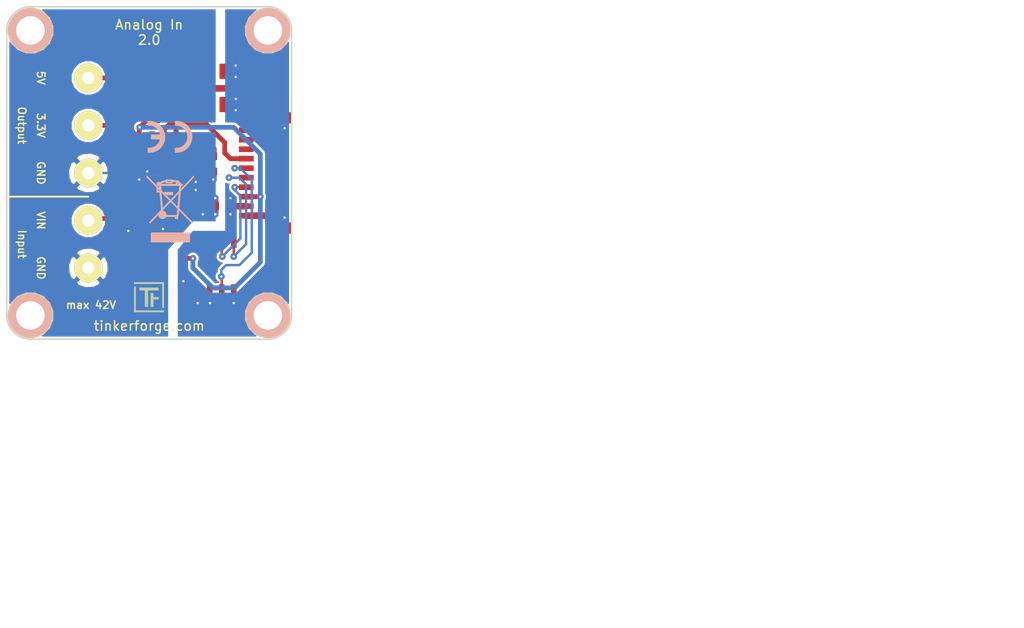
<source format=kicad_pcb>
(kicad_pcb (version 4) (host pcbnew 4.0.2+dfsg1-stable)
  (title_block (title "Analog In Bricklet") (date "24 Feb 2015") (rev 2.0) (company "Tinkerforge GmbH") (comment 1 "Licensed under CERN OHL v.1.1") (comment 2 "Copyright (©) 2015, B.Nordmeyer <bastian@tinkerforge.com>"))
  (layers (0 F.Cu signal) (31 B.Cu signal hide) (34 B.Paste user) (35 F.Paste user) (36 B.SilkS user) (37 F.SilkS user) (38 B.Mask user) (39 F.Mask user) (44 Edge.Cuts user))
  (net 0 "")
  (net 1 3V3)
  (net 2 GND)
  (net 3 AGND)
  (net 4 ADC0)
  (net 5 +5V)
  (net 6 "Net-(P1-Pad4)")
  (net 7 "Net-(P1-Pad5)")
  (net 8 "Net-(P1-Pad6)")
  (net 9 "Net-(P1-Pad7)")
  (net 10 "Net-(C4-Pad2)")
  (net 11 "Net-(R1-Pad2)")
  (net 12 "Net-(R3-Pad2)")
  (net 13 "Net-(R4-Pad1)")
  (net 14 "Net-(F1-Pad2)")
  (net 15 "Net-(F2-Pad2)")
  (net 16 "Net-(P2-Pad2)")
  (net 17 "Net-(P1-Pad8)")
  (net 18 "Net-(P1-Pad9)")
  (net 19 "Net-(P1-Pad10)")
  (net 20 "Net-(U1-Pad7)")
  (module logo:Logo_31x31 (layer F.Cu) (at 188.9 123.6)
    (fp_text reference G*** hide)
    (fp_text value Logo_31x31 hide)
  )
  (module tinkerforge:Fiducial_Mark (layer F.Cu) (at 198.5 128.1)
    (fp_text reference Fiducial_Mark hide)
    (fp_text value VAL** hide)
    (pad 1 smd circle (at 0 0) (size 1.00076 1.00076) (layers F.Cu F.Mask) (clearance 0.65024))
  )
  (module tinkerforge:Fiducial_Mark (layer F.Cu) (at 182.5 96.1)
    (fp_text reference Fiducial_Mark hide)
    (fp_text value VAL** hide)
    (pad 1 smd circle (at 0 0) (size 1.00076 1.00076) (layers F.Cu F.Mask) (clearance 0.65024))
  )
  (module tinkerforge:CE_5mm (layer B.Cu) (at 192.65 108.3 180)
    (fp_text reference VAL hide)
    (fp_text value CE_5mm hide)
  )
  (module tinkerforge:WEEE_7mm (layer B.Cu) (at 192.7 115.9)
    (fp_text reference VAL hide)
    (fp_text value WEEE_7mm hide)
  )
  (module kicad-libraries:R0603 (layer F.Cu) (at 189.85 116.9 180)
    (fp_text reference R7)
    (fp_text value 10)
    (pad 1 smd rect (at -0.8001 0 180) (size 0.8001 0.8001) (layers F.Cu F.Paste F.Mask) (net 10 "Net-(C4-Pad2)"))
    (pad 2 smd rect (at 0.8001 0 180) (size 0.8001 0.8001) (layers F.Cu F.Paste F.Mask) (net 16 "Net-(P2-Pad2)"))
  )
  (module kicad-libraries:R0603 (layer F.Cu) (at 193.25 116.4 270)
    (fp_text reference R6)
    (fp_text value 130k)
    (pad 1 smd rect (at -0.8001 0 270) (size 0.8001 0.8001) (layers F.Cu F.Paste F.Mask) (net 13 "Net-(R4-Pad1)"))
    (pad 2 smd rect (at 0.8001 0 270) (size 0.8001 0.8001) (layers F.Cu F.Paste F.Mask) (net 10 "Net-(C4-Pad2)"))
  )
  (module kicad-libraries:R0603 (layer F.Cu) (at 191.95 116.4 270)
    (fp_text reference R5)
    (fp_text value 130k)
    (pad 1 smd rect (at -0.8001 0 270) (size 0.8001 0.8001) (layers F.Cu F.Paste F.Mask) (net 12 "Net-(R3-Pad2)"))
    (pad 2 smd rect (at 0.8001 0 270) (size 0.8001 0.8001) (layers F.Cu F.Paste F.Mask) (net 3 AGND))
  )
  (module kicad-libraries:R0603 (layer F.Cu) (at 195.35 115.6)
    (fp_text reference R4)
    (fp_text value 10k)
    (pad 1 smd rect (at -0.8001 0) (size 0.8001 0.8001) (layers F.Cu F.Paste F.Mask) (net 13 "Net-(R4-Pad1)"))
    (pad 2 smd rect (at 0.8001 0) (size 0.8001 0.8001) (layers F.Cu F.Paste F.Mask) (net 3 AGND))
  )
  (module kicad-libraries:R0603 (layer F.Cu) (at 189.85 115.6)
    (fp_text reference R3)
    (fp_text value 10k)
    (pad 1 smd rect (at -0.8001 0) (size 0.8001 0.8001) (layers F.Cu F.Paste F.Mask) (net 11 "Net-(R1-Pad2)"))
    (pad 2 smd rect (at 0.8001 0) (size 0.8001 0.8001) (layers F.Cu F.Paste F.Mask) (net 12 "Net-(R3-Pad2)"))
  )
  (module kicad-libraries:R0603 (layer F.Cu) (at 198.25 115.6 180)
    (fp_text reference R2)
    (fp_text value 0)
    (pad 1 smd rect (at -0.8001 0 180) (size 0.8001 0.8001) (layers F.Cu F.Paste F.Mask) (net 2 GND))
    (pad 2 smd rect (at 0.8001 0 180) (size 0.8001 0.8001) (layers F.Cu F.Paste F.Mask) (net 3 AGND))
  )
  (module kicad-libraries:R0603 (layer F.Cu) (at 195.95 111.15 270)
    (fp_text reference R1)
    (fp_text value 68.1)
    (pad 1 smd rect (at -0.8001 0 270) (size 0.8001 0.8001) (layers F.Cu F.Paste F.Mask) (net 4 ADC0))
    (pad 2 smd rect (at 0.8001 0 270) (size 0.8001 0.8001) (layers F.Cu F.Paste F.Mask) (net 11 "Net-(R1-Pad2)"))
  )
  (module kicad-libraries:F1206 (layer F.Cu) (at 191.7 101.4 180)
    (fp_text reference F2)
    (fp_text value OZCJ0035FF2G)
    (pad 1 smd rect (at -1.50114 0 180) (size 1.00076 1.6002) (layers F.Cu F.Paste F.Mask) (net 5 +5V))
    (pad 2 smd rect (at 1.50114 0 180) (size 1.00076 1.6002) (layers F.Cu F.Paste F.Mask) (net 15 "Net-(F2-Pad2)"))
  )
  (module kicad-libraries:F1206 (layer F.Cu) (at 191.7 104.9 180)
    (fp_text reference F1)
    (fp_text value OZCJ0035FF2G)
    (pad 1 smd rect (at -1.50114 0 180) (size 1.00076 1.6002) (layers F.Cu F.Paste F.Mask) (net 1 3V3))
    (pad 2 smd rect (at 1.50114 0 180) (size 1.00076 1.6002) (layers F.Cu F.Paste F.Mask) (net 14 "Net-(F1-Pad2)"))
  )
  (module kicad-libraries:C0603 (layer F.Cu) (at 189.85 118.2)
    (fp_text reference C4)
    (fp_text value 15pF)
    (pad 1 smd rect (at -0.8001 0) (size 0.8001 0.8001) (layers F.Cu F.Paste F.Mask) (net 3 AGND))
    (pad 2 smd rect (at 0.8001 0) (size 0.8001 0.8001) (layers F.Cu F.Paste F.Mask) (net 10 "Net-(C4-Pad2)"))
  )
  (module kicad-libraries:C0603 (layer F.Cu) (at 197.25 111.15 90)
    (fp_text reference C3)
    (fp_text value 180pF)
    (pad 1 smd rect (at -0.8001 0 90) (size 0.8001 0.8001) (layers F.Cu F.Paste F.Mask) (net 3 AGND))
    (pad 2 smd rect (at 0.8001 0 90) (size 0.8001 0.8001) (layers F.Cu F.Paste F.Mask) (net 4 ADC0))
  )
  (module kicad-libraries:C0603 (layer F.Cu) (at 189.45 111.15 90)
    (fp_text reference C2)
    (fp_text value 100nF)
    (pad 1 smd rect (at -0.8001 0 90) (size 0.8001 0.8001) (layers F.Cu F.Paste F.Mask) (net 3 AGND))
    (pad 2 smd rect (at 0.8001 0 90) (size 0.8001 0.8001) (layers F.Cu F.Paste F.Mask) (net 1 3V3))
  )
  (module kicad-libraries:C0603 (layer F.Cu) (at 194.1 121.9 270)
    (fp_text reference C1)
    (fp_text value 100nF)
    (pad 1 smd rect (at -0.8001 0 270) (size 0.8001 0.8001) (layers F.Cu F.Paste F.Mask) (net 1 3V3))
    (pad 2 smd rect (at 0.8001 0 270) (size 0.8001 0.8001) (layers F.Cu F.Paste F.Mask) (net 2 GND))
  )
  (module kicad-libraries:DRILL_NP (layer F.Cu) (at 203 97.1)
    (fp_text reference U6 hide)
    (fp_text value DRILL hide)
    (pad "" np_thru_hole circle (at 0 0) (size 2.99974 2.99974) (drill 2.99974) (layers *.Cu *.Mask F.SilkS) (clearance 0.89916))
  )
  (module kicad-libraries:DRILL_NP (layer F.Cu) (at 203 127.1)
    (fp_text reference U5 hide)
    (fp_text value DRILL hide)
    (pad "" np_thru_hole circle (at 0 0) (size 2.99974 2.99974) (drill 2.99974) (layers *.Cu *.Mask F.SilkS) (clearance 0.89916))
  )
  (module kicad-libraries:DRILL_NP (layer F.Cu) (at 178 127.1)
    (fp_text reference U4 hide)
    (fp_text value DRILL hide)
    (pad "" np_thru_hole circle (at 0 0) (size 2.99974 2.99974) (drill 2.99974) (layers *.Cu *.Mask F.SilkS) (clearance 0.89916))
  )
  (module kicad-libraries:DRILL_NP (layer F.Cu) (at 178 97.1)
    (fp_text reference U3 hide)
    (fp_text value DRILL hide)
    (pad "" np_thru_hole circle (at 0 0) (size 2.99974 2.99974) (drill 2.99974) (layers *.Cu *.Mask F.SilkS) (clearance 0.89916))
  )
  (module kicad-libraries:SOIC8 (layer F.Cu) (at 192.7 111.2)
    (fp_text reference U2)
    (fp_text value TLV272IS)
    (pad 1 smd rect (at -1.90246 2.69748 180) (size 0.59944 1.5494) (layers F.Cu F.Paste F.Mask) (net 11 "Net-(R1-Pad2)"))
    (pad 2 smd rect (at -0.63246 2.69748 180) (size 0.59944 1.5494) (layers F.Cu F.Paste F.Mask) (net 12 "Net-(R3-Pad2)"))
    (pad 3 smd rect (at 0.63246 2.69748 180) (size 0.59944 1.5494) (layers F.Cu F.Paste F.Mask) (net 13 "Net-(R4-Pad1)"))
    (pad 4 smd rect (at 1.90246 2.69748 180) (size 0.59944 1.5494) (layers F.Cu F.Paste F.Mask) (net 3 AGND))
    (pad 5 smd rect (at 1.90246 -2.69748) (size 0.59944 1.5494) (layers F.Cu F.Paste F.Mask) (net 4 ADC0))
    (pad 6 smd rect (at 0.63246 -2.69748) (size 0.59944 1.5494) (layers F.Cu F.Paste F.Mask) (net 9 "Net-(P1-Pad7)"))
    (pad 7 smd rect (at -0.63246 -2.69748) (size 0.59944 1.5494) (layers F.Cu F.Paste F.Mask) (net 9 "Net-(P1-Pad7)"))
    (pad 8 smd rect (at -1.90246 -2.69748) (size 0.59944 1.5494) (layers F.Cu F.Paste F.Mask) (net 1 3V3))
  )
  (module kicad-libraries:SOIC8 (layer F.Cu) (at 197.5 121.9)
    (fp_text reference U1)
    (fp_text value M24C64)
    (pad 1 smd rect (at -1.90246 2.69748 180) (size 0.59944 1.5494) (layers F.Cu F.Paste F.Mask) (net 2 GND))
    (pad 2 smd rect (at -0.63246 2.69748 180) (size 0.59944 1.5494) (layers F.Cu F.Paste F.Mask) (net 2 GND))
    (pad 3 smd rect (at 0.63246 2.69748 180) (size 0.59944 1.5494) (layers F.Cu F.Paste F.Mask) (net 8 "Net-(P1-Pad6)"))
    (pad 4 smd rect (at 1.90246 2.69748 180) (size 0.59944 1.5494) (layers F.Cu F.Paste F.Mask) (net 2 GND))
    (pad 5 smd rect (at 1.90246 -2.69748) (size 0.59944 1.5494) (layers F.Cu F.Paste F.Mask) (net 7 "Net-(P1-Pad5)"))
    (pad 6 smd rect (at 0.63246 -2.69748) (size 0.59944 1.5494) (layers F.Cu F.Paste F.Mask) (net 6 "Net-(P1-Pad4)"))
    (pad 7 smd rect (at -0.63246 -2.69748) (size 0.59944 1.5494) (layers F.Cu F.Paste F.Mask) (net 20 "Net-(U1-Pad7)"))
    (pad 8 smd rect (at -1.90246 -2.69748) (size 0.59944 1.5494) (layers F.Cu F.Paste F.Mask) (net 1 3V3))
  )
  (module kicad-libraries:AKL_5_5 (layer F.Cu) (at 184.1 112.1 90)
    (fp_text reference P2)
    (fp_text value CONN_5)
    (pad 2 thru_hole circle (at -5 0 90) (size 2.99974 2.99974) (drill 1.30048) (layers *.Cu *.Mask F.SilkS) (net 16 "Net-(P2-Pad2)"))
    (pad 3 thru_hole circle (at 0 0 90) (size 2.99974 2.99974) (drill 1.30048) (layers *.Cu *.Mask F.SilkS) (net 3 AGND))
    (pad 4 thru_hole circle (at 5 0 90) (size 2.99974 2.99974) (drill 1.30048) (layers *.Cu *.Mask F.SilkS) (net 14 "Net-(F1-Pad2)"))
    (pad 5 thru_hole circle (at 10 0 90) (size 2.99974 2.99974) (drill 1.30048) (layers *.Cu *.Mask F.SilkS) (net 15 "Net-(F2-Pad2)"))
    (pad 1 thru_hole circle (at -10 0 90) (size 2.99974 2.99974) (drill 1.30048) (layers *.Cu *.Mask F.SilkS) (net 3 AGND))
  )
  (module kicad-libraries:CON-SENSOR (layer F.Cu) (at 205.5 112.1 90)
    (fp_text reference P1)
    (fp_text value CON-SENSOR)
    (pad 1 smd rect (at -4.50088 -4.7752 90) (size 0.59944 1.5494) (layers F.Cu F.Paste F.Mask) (net 5 +5V))
    (pad 2 smd rect (at -3.50012 -4.7752 90) (size 0.59944 1.5494) (layers F.Cu F.Paste F.Mask) (net 2 GND))
    (pad 3 smd rect (at -2.49936 -4.7752 90) (size 0.59944 1.5494) (layers F.Cu F.Paste F.Mask) (net 1 3V3))
    (pad 4 smd rect (at -1.50114 -4.7752 90) (size 0.59944 1.5494) (layers F.Cu F.Paste F.Mask) (net 6 "Net-(P1-Pad4)"))
    (pad 5 smd rect (at -0.50038 -4.7752 90) (size 0.59944 1.5494) (layers F.Cu F.Paste F.Mask) (net 7 "Net-(P1-Pad5)"))
    (pad 6 smd rect (at 0.50038 -4.7752 90) (size 0.59944 1.5494) (layers F.Cu F.Paste F.Mask) (net 8 "Net-(P1-Pad6)"))
    (pad 7 smd rect (at 1.50114 -4.7752 90) (size 0.59944 1.5494) (layers F.Cu F.Paste F.Mask) (net 9 "Net-(P1-Pad7)"))
    (pad 8 smd rect (at 2.49936 -4.7752 90) (size 0.59944 1.5494) (layers F.Cu F.Paste F.Mask) (net 17 "Net-(P1-Pad8)"))
    (pad 9 smd rect (at 3.50012 -4.7752 90) (size 0.59944 1.5494) (layers F.Cu F.Paste F.Mask) (net 18 "Net-(P1-Pad9)"))
    (pad 10 smd rect (at 4.50088 -4.7752 90) (size 0.59944 1.5494) (layers F.Cu F.Paste F.Mask) (net 19 "Net-(P1-Pad10)"))
    (pad EP smd rect (at -5.79882 -0.89916 90) (size 1.19888 1.80086) (layers F.Cu F.Paste F.Mask) (net 2 GND))
    (pad EP smd rect (at 5.79882 -0.89916 90) (size 1.19888 1.80086) (layers F.Cu F.Paste F.Mask) (net 2 GND))
  )
  (module kicad-libraries:MiniMelf (layer F.Cu) (at 196.8 101.4)
    (fp_text reference D2)
    (fp_text value 5V)
    (pad 2 smd rect (at -1.69926 0) (size 1.19888 1.6002) (layers F.Cu F.Paste F.Mask) (net 5 +5V))
    (pad 1 smd rect (at 1.69926 0) (size 1.19888 1.6002) (layers F.Cu F.Paste F.Mask) (net 2 GND))
  )
  (module kicad-libraries:MiniMelf (layer F.Cu) (at 196.8 104.9)
    (fp_text reference D1)
    (fp_text value 3V3)
    (pad 2 smd rect (at -1.69926 0) (size 1.19888 1.6002) (layers F.Cu F.Paste F.Mask) (net 1 3V3))
    (pad 1 smd rect (at 1.69926 0) (size 1.19888 1.6002) (layers F.Cu F.Paste F.Mask) (net 2 GND))
  )
  (gr_line (start 184.1 114.6) (end 175.5 114.6) (angle 90) (layer F.SilkS) (width 0.2))
  (gr_line (start 175.5 127.1) (end 175.5 97.1) (angle 90) (layer Edge.Cuts) (width 0.15))
  (gr_line (start 205.5 127.1) (end 205.5 97.1) (angle 90) (layer Edge.Cuts) (width 0.15))
  (gr_text Input (at 177.1 119.6 270) (layer F.SilkS) (effects (font (size 0.8 0.8))))
  (gr_text GND (at 179.1 112.1 270) (layer F.SilkS) (effects (font (size 0.8 0.8))))
  (gr_text 3.3V (at 179.1 107.1 270) (layer F.SilkS) (effects (font (size 0.8 0.8))))
  (gr_text "max 42V" (at 184.375 126) (layer F.SilkS) (effects (font (size 0.8 0.8))))
  (gr_text tinkerforge.com (at 190.5 128.2) (layer F.SilkS) (effects (font (size 1 1))))
  (gr_text "Analog In\n2.0" (at 190.5 97.3) (layer F.SilkS) (effects (font (size 1 1))))
  (gr_text 5V (at 179.1 102.1 270) (layer F.SilkS) (effects (font (size 0.8 0.8))))
  (gr_text Output (at 177.1 107.1 270) (layer F.SilkS) (effects (font (size 0.8 0.8))))
  (gr_text VIN (at 179.1 117.1 270) (layer F.SilkS) (effects (font (size 0.8 0.8))))
  (gr_text GND (at 179.1 122.1 270) (layer F.SilkS) (effects (font (size 0.8 0.8))))
  (gr_line (start 178 129.6) (end 203 129.6) (angle 90) (layer Edge.Cuts) (width 0.15))
  (gr_line (start 203 94.6) (end 178 94.6) (angle 90) (layer Edge.Cuts) (width 0.15))
  (gr_arc (start 203 97.1) (end 203 94.6) (angle 90) (layer Edge.Cuts) (width 0.15))
  (gr_arc (start 203 127.1) (end 205.5 127.1) (angle 90) (layer Edge.Cuts) (width 0.15))
  (gr_arc (start 178 127.1) (end 178 129.6) (angle 90) (layer Edge.Cuts) (width 0.15))
  (gr_arc (start 178 97.1) (end 175.5 97.1) (angle 90) (layer Edge.Cuts) (width 0.15))
  (segment (start 190.1501 110.3499) (end 189.45 110.3499) (width 0.7) (layer F.Cu) (net 1))
  (segment (start 190.79754 109.70246) (end 190.1501 110.3499) (width 0.7) (layer F.Cu) (net 1))
  (segment (start 190.79754 108.50252) (end 190.79754 109.70246) (width 0.7) (layer F.Cu) (net 1))
  (segment (start 195.0999 121.0999) (end 194.1 121.0999) (width 0.5) (layer F.Cu) (net 1))
  (segment (start 195.1 121.1) (end 195.0999 121.0999) (width 0.5) (layer F.Cu) (net 1))
  (via (at 195.1 121.1) (size 0.7) (layers F.Cu B.Cu) (net 1))
  (segment (start 195.1 122.1) (end 195.1 121.1) (width 0.5) (layer B.Cu) (net 1))
  (segment (start 197.2 124.2) (end 195.1 122.1) (width 0.5) (layer B.Cu) (net 1))
  (segment (start 199.5 124.2) (end 197.2 124.2) (width 0.5) (layer B.Cu) (net 1))
  (segment (start 202.2 121.5) (end 199.5 124.2) (width 0.5) (layer B.Cu) (net 1))
  (segment (start 202.2 114.6) (end 202.2 121.5) (width 0.5) (layer B.Cu) (net 1))
  (via (at 202.2 114.6) (size 0.7) (layers F.Cu B.Cu) (net 1))
  (segment (start 200.72544 114.6) (end 202.2 114.6) (width 0.5) (layer F.Cu) (net 1))
  (segment (start 200.7248 114.59936) (end 200.72544 114.6) (width 0.5) (layer F.Cu) (net 1))
  (segment (start 194.1 120.4) (end 195.29748 119.20252) (width 0.5) (layer F.Cu) (net 1))
  (segment (start 195.29748 119.20252) (end 195.59754 119.20252) (width 0.5) (layer F.Cu) (net 1))
  (segment (start 194.1 121.0999) (end 194.1 120.4) (width 0.5) (layer F.Cu) (net 1))
  (segment (start 202.2 110.1) (end 199.4 107.3) (width 0.5) (layer B.Cu) (net 1))
  (segment (start 199.4 107.3) (end 189.5 107.3) (width 0.5) (layer B.Cu) (net 1))
  (via (at 189.5 107.3) (size 0.7) (layers F.Cu B.Cu) (net 1))
  (segment (start 189.5 107.3) (end 189.45 107.35) (width 0.5) (layer F.Cu) (net 1))
  (segment (start 189.45 107.35) (end 189.45 110.3499) (width 0.5) (layer F.Cu) (net 1))
  (segment (start 202.2 114.6) (end 202.2 110.1) (width 0.5) (layer B.Cu) (net 1))
  (segment (start 190.2 106.6) (end 191.50114 106.6) (width 0.5) (layer F.Cu) (net 1))
  (segment (start 191.50114 106.6) (end 193.20114 104.9) (width 0.5) (layer F.Cu) (net 1))
  (segment (start 189.5 107.3) (end 190.2 106.6) (width 0.5) (layer F.Cu) (net 1))
  (segment (start 195.10074 104.9) (end 193.20114 104.9) (width 0.5) (layer F.Cu) (net 1))
  (segment (start 199.05022 115.60012) (end 199.0501 115.6) (width 0.7) (layer F.Cu) (net 2))
  (segment (start 200.7248 115.60012) (end 199.05022 115.60012) (width 0.7) (layer F.Cu) (net 2))
  (via (at 199.05 114.75) (size 0.7) (layers F.Cu B.Cu) (net 2))
  (segment (start 199.0501 114.7501) (end 199.05 114.75) (width 0.7) (layer F.Cu) (net 2))
  (segment (start 199.0501 115.6) (end 199.0501 114.7501) (width 0.7) (layer F.Cu) (net 2))
  (via (at 204.75 107.4) (size 0.7) (layers F.Cu B.Cu) (net 2))
  (segment (start 204.75 107.4) (end 204.60084 107.25084) (width 0.254) (layer F.Cu) (net 2))
  (segment (start 204.60084 107.25084) (end 204.60084 106.30118) (width 0.254) (layer F.Cu) (net 2))
  (via (at 204.75 116.8) (size 0.7) (layers F.Cu B.Cu) (net 2))
  (segment (start 204.75 116.8) (end 204.60084 116.94916) (width 0.254) (layer F.Cu) (net 2))
  (segment (start 204.60084 116.94916) (end 204.60084 117.89882) (width 0.254) (layer F.Cu) (net 2))
  (segment (start 204.75 107.4) (end 204.75 116.8) (width 0.254) (layer B.Cu) (net 2))
  (segment (start 199.0501 116.4499) (end 199.05 116.45) (width 0.7) (layer F.Cu) (net 2))
  (via (at 199.05 116.45) (size 0.7) (layers F.Cu B.Cu) (net 2))
  (segment (start 199.0501 116.4499) (end 199.0501 115.6) (width 0.7) (layer F.Cu) (net 2))
  (via (at 199.6 100.8) (size 0.7) (layers F.Cu B.Cu) (net 2))
  (segment (start 199 101.4) (end 199.6 100.8) (width 0.7) (layer F.Cu) (net 2))
  (via (at 199.6 102) (size 0.7) (layers F.Cu B.Cu) (net 2))
  (segment (start 199 101.4) (end 199.6 102) (width 0.7) (layer F.Cu) (net 2))
  (segment (start 198.49926 101.4) (end 199 101.4) (width 0.7) (layer F.Cu) (net 2))
  (via (at 199.6 104.3) (size 0.7) (layers F.Cu B.Cu) (net 2))
  (segment (start 199 104.9) (end 199.6 104.3) (width 0.7) (layer F.Cu) (net 2))
  (via (at 199.6 105.5) (size 0.7) (layers F.Cu B.Cu) (net 2))
  (segment (start 199 104.9) (end 199.6 105.5) (width 0.7) (layer F.Cu) (net 2))
  (segment (start 198.49926 104.9) (end 199 104.9) (width 0.7) (layer F.Cu) (net 2))
  (segment (start 195.59754 125.79754) (end 195.6 125.8) (width 0.254) (layer F.Cu) (net 2))
  (via (at 195.6 125.8) (size 0.7) (layers F.Cu B.Cu) (net 2))
  (segment (start 195.59754 124.59748) (end 195.59754 125.79754) (width 0.254) (layer F.Cu) (net 2))
  (segment (start 196.86754 125.76754) (end 196.9 125.8) (width 0.254) (layer F.Cu) (net 2))
  (via (at 196.9 125.8) (size 0.7) (layers F.Cu B.Cu) (net 2))
  (segment (start 196.86754 124.59748) (end 196.86754 125.76754) (width 0.254) (layer F.Cu) (net 2))
  (segment (start 199.40246 125.79754) (end 199.4 125.8) (width 0.254) (layer F.Cu) (net 2))
  (via (at 199.4 125.8) (size 0.7) (layers F.Cu B.Cu) (net 2))
  (segment (start 199.40246 124.59748) (end 199.40246 125.79754) (width 0.254) (layer F.Cu) (net 2))
  (via (at 194.1 123.5) (size 0.7) (layers F.Cu B.Cu) (net 2))
  (segment (start 194.1 122.7001) (end 194.1 123.5) (width 0.7) (layer F.Cu) (net 2))
  (segment (start 194.60246 113.89748) (end 194.60246 113.84754) (width 0.7) (layer F.Cu) (net 3))
  (segment (start 191.95 117.2001) (end 191.95 118) (width 0.7) (layer F.Cu) (net 3))
  (via (at 191.95 118) (size 0.7) (layers F.Cu B.Cu) (net 3))
  (segment (start 191.95 118) (end 190.55 118) (width 0.254) (layer B.Cu) (net 3))
  (segment (start 194.3 111.95) (end 195.4 113.05) (width 0.254) (layer B.Cu) (net 3))
  (segment (start 195.4 113.05) (end 194.60246 113.84754) (width 0.7) (layer F.Cu) (net 3))
  (via (at 195.4 113.05) (size 0.7) (layers F.Cu B.Cu) (net 3))
  (segment (start 189.45 111.9501) (end 190.2999 111.9501) (width 0.7) (layer F.Cu) (net 3))
  (segment (start 190.2999 111.9501) (end 190.3 111.95) (width 0.7) (layer F.Cu) (net 3))
  (via (at 190.3 111.95) (size 0.7) (layers F.Cu B.Cu) (net 3))
  (segment (start 190.3 111.95) (end 194.3 111.95) (width 0.254) (layer B.Cu) (net 3))
  (segment (start 197 113.05) (end 197.25 112.8) (width 0.254) (layer B.Cu) (net 3))
  (segment (start 197.25 112.8) (end 197.25 111.9501) (width 0.7) (layer F.Cu) (net 3))
  (via (at 197.25 112.8) (size 0.7) (layers F.Cu B.Cu) (net 3))
  (segment (start 195.4 113.05) (end 197 113.05) (width 0.254) (layer B.Cu) (net 3))
  (segment (start 196.25 114.75) (end 195.4 113.9) (width 0.254) (layer B.Cu) (net 3))
  (segment (start 197.4499 114.7501) (end 197.4499 115.6) (width 0.7) (layer F.Cu) (net 3))
  (via (at 197.45 114.75) (size 0.7) (layers F.Cu B.Cu) (net 3))
  (segment (start 197.4499 114.7501) (end 197.45 114.75) (width 0.7) (layer F.Cu) (net 3))
  (segment (start 194.60246 113.89748) (end 195.39748 113.89748) (width 0.7) (layer F.Cu) (net 3))
  (via (at 195.4 113.9) (size 0.7) (layers F.Cu B.Cu) (net 3))
  (segment (start 195.39748 113.89748) (end 195.4 113.9) (width 0.7) (layer F.Cu) (net 3))
  (segment (start 197.45 114.75) (end 196.25 114.75) (width 0.254) (layer B.Cu) (net 3))
  (segment (start 196.1501 116.4499) (end 196.1501 115.6) (width 0.7) (layer F.Cu) (net 3))
  (via (at 196.15 116.45) (size 0.7) (layers F.Cu B.Cu) (net 3))
  (segment (start 196.1501 116.4499) (end 196.15 116.45) (width 0.7) (layer F.Cu) (net 3))
  (segment (start 197.4499 115.6) (end 197.4499 116.4499) (width 0.7) (layer F.Cu) (net 3))
  (segment (start 197.4499 116.4499) (end 197.45 116.45) (width 0.7) (layer F.Cu) (net 3))
  (via (at 197.45 116.45) (size 0.7) (layers F.Cu B.Cu) (net 3))
  (segment (start 197.45 116.45) (end 196.15 116.45) (width 0.254) (layer B.Cu) (net 3))
  (via (at 189.45 112.8) (size 0.7) (layers F.Cu B.Cu) (net 3))
  (segment (start 189.45 112.8) (end 189.45 111.9501) (width 0.7) (layer F.Cu) (net 3))
  (segment (start 188.2 114.05) (end 189.45 112.8) (width 0.254) (layer B.Cu) (net 3))
  (segment (start 188.2 116.9) (end 189.45 116.9) (width 0.254) (layer B.Cu) (net 3))
  (segment (start 189.45 116.9) (end 190.55 118) (width 0.254) (layer B.Cu) (net 3))
  (segment (start 188.2 116.9) (end 188.2 114.05) (width 0.254) (layer B.Cu) (net 3))
  (segment (start 188.3 117) (end 188.2 116.9) (width 0.254) (layer B.Cu) (net 3))
  (segment (start 189.0499 118.2) (end 188.3 118.2) (width 0.7) (layer F.Cu) (net 3))
  (via (at 188.3 118.2) (size 0.7) (layers F.Cu B.Cu) (net 3))
  (segment (start 188.3 118.2) (end 188.3 117) (width 0.254) (layer B.Cu) (net 3))
  (segment (start 184.4 122.1) (end 188.3 118.2) (width 0.254) (layer B.Cu) (net 3))
  (segment (start 184.1 122.1) (end 184.4 122.1) (width 0.254) (layer B.Cu) (net 3))
  (segment (start 188.75 112.1) (end 189.45 112.8) (width 0.254) (layer B.Cu) (net 3))
  (segment (start 184.1 112.1) (end 188.75 112.1) (width 0.254) (layer B.Cu) (net 3))
  (segment (start 195.95 110.3499) (end 197.25 110.3499) (width 0.7) (layer F.Cu) (net 4))
  (segment (start 197.25 109.6) (end 196.15252 108.50252) (width 0.7) (layer F.Cu) (net 4))
  (segment (start 196.15252 108.50252) (end 194.60246 108.50252) (width 0.7) (layer F.Cu) (net 4))
  (segment (start 197.25 110.3499) (end 197.25 109.6) (width 0.7) (layer F.Cu) (net 4))
  (segment (start 203.09912 116.60088) (end 204.5 115.2) (width 0.7) (layer F.Cu) (net 5))
  (segment (start 204.5 115.2) (end 204.5 109.2) (width 0.7) (layer F.Cu) (net 5))
  (segment (start 204.5 109.2) (end 201.8 106.5) (width 0.7) (layer F.Cu) (net 5))
  (segment (start 201.8 106.5) (end 201.8 104.9) (width 0.7) (layer F.Cu) (net 5))
  (segment (start 201.8 104.9) (end 200.1 103.2) (width 0.7) (layer F.Cu) (net 5))
  (segment (start 200.1 103.2) (end 196.90074 103.2) (width 0.7) (layer F.Cu) (net 5))
  (segment (start 196.90074 103.2) (end 195.10074 101.4) (width 0.7) (layer F.Cu) (net 5))
  (segment (start 200.7248 116.60088) (end 203.09912 116.60088) (width 0.7) (layer F.Cu) (net 5))
  (segment (start 195.10074 101.4) (end 193.20114 101.4) (width 0.7) (layer F.Cu) (net 5))
  (segment (start 199.5 113.9) (end 200.1 114.5) (width 0.254) (layer B.Cu) (net 6))
  (segment (start 200.7248 113.60114) (end 199.50114 113.60114) (width 0.254) (layer F.Cu) (net 6))
  (via (at 199.5 113.6) (size 0.7) (layers F.Cu B.Cu) (net 6))
  (segment (start 199.50114 113.60114) (end 199.5 113.6) (width 0.254) (layer F.Cu) (net 6))
  (segment (start 199.5 113.6) (end 199.5 113.9) (width 0.254) (layer B.Cu) (net 6))
  (segment (start 198.13246 120.83246) (end 198.2 120.9) (width 0.254) (layer F.Cu) (net 6))
  (via (at 198.2 120.9) (size 0.7) (layers F.Cu B.Cu) (net 6))
  (segment (start 198.2 120.9) (end 200.1 119) (width 0.254) (layer B.Cu) (net 6))
  (segment (start 200.1 119) (end 200.1 114.5) (width 0.254) (layer B.Cu) (net 6))
  (segment (start 198.13246 119.20252) (end 198.13246 120.83246) (width 0.254) (layer F.Cu) (net 6))
  (segment (start 200 112.6) (end 198.9 112.6) (width 0.254) (layer B.Cu) (net 7))
  (segment (start 200.7248 112.60038) (end 198.90038 112.60038) (width 0.254) (layer F.Cu) (net 7))
  (via (at 198.9 112.6) (size 0.7) (layers F.Cu B.Cu) (net 7))
  (segment (start 198.90038 112.60038) (end 198.9 112.6) (width 0.254) (layer F.Cu) (net 7))
  (segment (start 200.7 113.3) (end 200 112.6) (width 0.254) (layer B.Cu) (net 7))
  (segment (start 199.40246 119.20252) (end 199.40246 118.59754) (width 0.254) (layer F.Cu) (net 7))
  (segment (start 199.40246 120.89754) (end 199.4 120.9) (width 0.254) (layer F.Cu) (net 7))
  (via (at 199.4 120.9) (size 0.7) (layers F.Cu B.Cu) (net 7))
  (segment (start 199.4 120.9) (end 200.7 119.6) (width 0.254) (layer B.Cu) (net 7))
  (segment (start 200.7 119.6) (end 200.7 113.3) (width 0.254) (layer B.Cu) (net 7))
  (segment (start 199.40246 119.20252) (end 199.40246 120.89754) (width 0.254) (layer F.Cu) (net 7))
  (segment (start 200.1 111.6) (end 201.3 112.8) (width 0.254) (layer B.Cu) (net 8))
  (via (at 198.1 123) (size 0.7) (layers F.Cu B.Cu) (net 8))
  (segment (start 198.1 123) (end 198.13246 123.03246) (width 0.254) (layer F.Cu) (net 8))
  (segment (start 198.13246 123.03246) (end 198.13246 124.59748) (width 0.254) (layer F.Cu) (net 8))
  (segment (start 200.7248 111.59962) (end 199.50038 111.59962) (width 0.254) (layer F.Cu) (net 8))
  (via (at 199.5 111.6) (size 0.7) (layers F.Cu B.Cu) (net 8))
  (segment (start 199.50038 111.59962) (end 199.5 111.6) (width 0.254) (layer F.Cu) (net 8))
  (segment (start 199.5 111.6) (end 200.1 111.6) (width 0.254) (layer B.Cu) (net 8))
  (segment (start 198.1 122.3) (end 198.6 121.8) (width 0.254) (layer B.Cu) (net 8))
  (segment (start 198.6 121.8) (end 200 121.8) (width 0.254) (layer B.Cu) (net 8))
  (segment (start 200 121.8) (end 201.3 120.5) (width 0.254) (layer B.Cu) (net 8))
  (segment (start 201.3 120.5) (end 201.3 112.8) (width 0.254) (layer B.Cu) (net 8))
  (segment (start 198.1 123) (end 198.1 122.3) (width 0.254) (layer B.Cu) (net 8))
  (segment (start 198.45 110) (end 199.04886 110.59886) (width 0.5) (layer F.Cu) (net 9))
  (segment (start 198.45 108.9) (end 198.45 110) (width 0.5) (layer F.Cu) (net 9))
  (segment (start 196.6 107.05) (end 198.45 108.9) (width 0.5) (layer F.Cu) (net 9))
  (segment (start 193.55 107.05) (end 196.6 107.05) (width 0.5) (layer F.Cu) (net 9))
  (segment (start 193.05 107.05) (end 193.55 107.05) (width 0.5) (layer F.Cu) (net 9))
  (segment (start 199.04886 110.59886) (end 200.7248 110.59886) (width 0.5) (layer F.Cu) (net 9))
  (segment (start 192.06754 108.50252) (end 192.06754 108.03246) (width 0.5) (layer F.Cu) (net 9))
  (segment (start 193.33246 107.33246) (end 193.05 107.05) (width 0.5) (layer F.Cu) (net 9))
  (segment (start 193.33246 108.50252) (end 193.33246 107.33246) (width 0.5) (layer F.Cu) (net 9))
  (segment (start 192.55 107.05) (end 192.06754 107.53246) (width 0.5) (layer F.Cu) (net 9))
  (segment (start 192.06754 107.53246) (end 192.06754 108.50252) (width 0.5) (layer F.Cu) (net 9))
  (segment (start 193.55 107.05) (end 192.55 107.05) (width 0.5) (layer F.Cu) (net 9))
  (segment (start 190.6501 116.9) (end 190.6501 118.2) (width 0.7) (layer F.Cu) (net 10))
  (segment (start 190.6501 118.6501) (end 191.15 119.15) (width 0.7) (layer F.Cu) (net 10))
  (segment (start 191.15 119.15) (end 192.55 119.15) (width 0.7) (layer F.Cu) (net 10))
  (segment (start 192.55 119.15) (end 193.25 118.45) (width 0.7) (layer F.Cu) (net 10))
  (segment (start 193.25 118.45) (end 193.25 117.2001) (width 0.7) (layer F.Cu) (net 10))
  (segment (start 190.6501 118.2) (end 190.6501 118.6501) (width 0.7) (layer F.Cu) (net 10))
  (segment (start 189.0499 115.0001) (end 190.15252 113.89748) (width 0.7) (layer F.Cu) (net 11))
  (segment (start 190.15252 113.89748) (end 190.79754 113.89748) (width 0.7) (layer F.Cu) (net 11))
  (segment (start 189.0499 115.6) (end 189.0499 115.0001) (width 0.7) (layer F.Cu) (net 11))
  (segment (start 191.7999 111.9501) (end 190.79754 112.95246) (width 0.7) (layer F.Cu) (net 11))
  (segment (start 190.79754 112.95246) (end 190.79754 113.89748) (width 0.7) (layer F.Cu) (net 11))
  (segment (start 195.95 111.9501) (end 191.7999 111.9501) (width 0.7) (layer F.Cu) (net 11))
  (segment (start 192.06754 114.33246) (end 192.06754 113.89748) (width 0.254) (layer F.Cu) (net 12))
  (segment (start 190.6502 115.5999) (end 190.6501 115.6) (width 0.254) (layer F.Cu) (net 12))
  (segment (start 191.95 115.5999) (end 190.6502 115.5999) (width 0.7) (layer F.Cu) (net 12))
  (segment (start 192.06754 115.48236) (end 191.95 115.5999) (width 0.254) (layer F.Cu) (net 12))
  (segment (start 192.06754 113.89748) (end 192.06754 115.48236) (width 0.7) (layer F.Cu) (net 12))
  (segment (start 194.5498 115.5999) (end 194.5499 115.6) (width 0.254) (layer F.Cu) (net 13))
  (segment (start 193.25 115.5999) (end 194.5498 115.5999) (width 0.7) (layer F.Cu) (net 13))
  (segment (start 193.25 113.97994) (end 193.33246 113.89748) (width 0.254) (layer F.Cu) (net 13))
  (segment (start 193.25 115.5999) (end 193.25 113.97994) (width 0.7) (layer F.Cu) (net 13))
  (segment (start 187.99886 107.1) (end 184.1 107.1) (width 0.5) (layer F.Cu) (net 14))
  (segment (start 190.19886 104.9) (end 187.99886 107.1) (width 0.5) (layer F.Cu) (net 14))
  (segment (start 189.49886 102.1) (end 184.1 102.1) (width 0.5) (layer F.Cu) (net 15))
  (segment (start 190.19886 101.4) (end 189.49886 102.1) (width 0.5) (layer F.Cu) (net 15))
  (segment (start 184.3 116.9) (end 184.1 117.1) (width 0.5) (layer F.Cu) (net 16))
  (segment (start 189.0499 116.9) (end 184.3 116.9) (width 0.5) (layer F.Cu) (net 16))
  (zone (net 2) (net_name GND) (layer B.Cu) (connect_pads (clearance 0.2)) (min_thickness 0.15) (fill yes (arc_segments 16) (thermal_gap 0.508) (thermal_bridge_width 0.508))
    (polygon (pts (xy 198.5 94.6) (xy 205.5 94.6) (xy 205.5 129.6) (xy 193.5 129.6) (xy 193.5 120.2) (xy 195.1 118.2) (xy 198.5 118.2)))
  )
  (zone (net 3) (net_name AGND) (layer B.Cu) (connect_pads (clearance 0.2)) (min_thickness 0.15) (fill yes (arc_segments 16) (thermal_gap 0.508) (thermal_bridge_width 0.508))
    (polygon (pts (xy 197.5 94.6) (xy 197.5 117.2) (xy 195.1 117.2) (xy 192.5 120.2) (xy 192.5 129.6) (xy 175.5 129.6) (xy 175.5 94.6)))
  )
)
</source>
